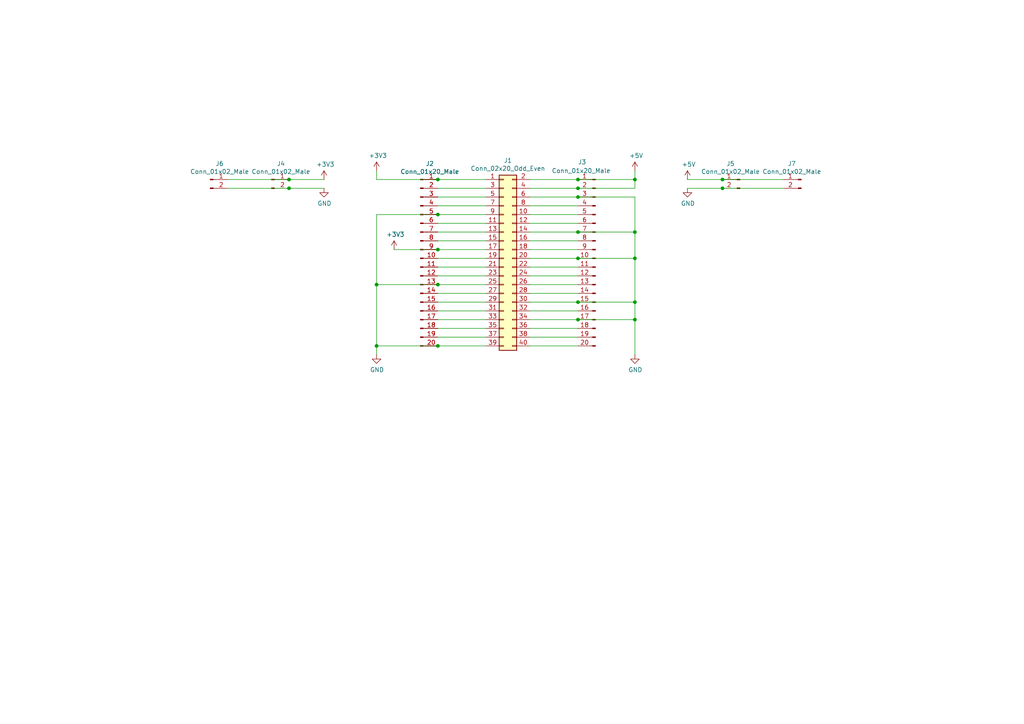
<source format=kicad_sch>
(kicad_sch (version 20211123) (generator eeschema)

  (uuid 749dfe75-c0d6-4872-9330-29c5bbcb8ff8)

  (paper "A4")

  (title_block
    (title "Raspberry Pie GPIO Extend Board")
    (rev "4")
    (company "Amos Home")
  )

  (lib_symbols
    (symbol "Connector:Conn_01x02_Male" (pin_names (offset 1.016) hide) (in_bom yes) (on_board yes)
      (property "Reference" "J" (id 0) (at 0 2.54 0)
        (effects (font (size 1.27 1.27)))
      )
      (property "Value" "Conn_01x02_Male" (id 1) (at 0 -5.08 0)
        (effects (font (size 1.27 1.27)))
      )
      (property "Footprint" "" (id 2) (at 0 0 0)
        (effects (font (size 1.27 1.27)) hide)
      )
      (property "Datasheet" "~" (id 3) (at 0 0 0)
        (effects (font (size 1.27 1.27)) hide)
      )
      (property "ki_keywords" "connector" (id 4) (at 0 0 0)
        (effects (font (size 1.27 1.27)) hide)
      )
      (property "ki_description" "Generic connector, single row, 01x02, script generated (kicad-library-utils/schlib/autogen/connector/)" (id 5) (at 0 0 0)
        (effects (font (size 1.27 1.27)) hide)
      )
      (property "ki_fp_filters" "Connector*:*_1x??_*" (id 6) (at 0 0 0)
        (effects (font (size 1.27 1.27)) hide)
      )
      (symbol "Conn_01x02_Male_1_1"
        (polyline
          (pts
            (xy 1.27 -2.54)
            (xy 0.8636 -2.54)
          )
          (stroke (width 0.1524) (type default) (color 0 0 0 0))
          (fill (type none))
        )
        (polyline
          (pts
            (xy 1.27 0)
            (xy 0.8636 0)
          )
          (stroke (width 0.1524) (type default) (color 0 0 0 0))
          (fill (type none))
        )
        (rectangle (start 0.8636 -2.413) (end 0 -2.667)
          (stroke (width 0.1524) (type default) (color 0 0 0 0))
          (fill (type outline))
        )
        (rectangle (start 0.8636 0.127) (end 0 -0.127)
          (stroke (width 0.1524) (type default) (color 0 0 0 0))
          (fill (type outline))
        )
        (pin passive line (at 5.08 0 180) (length 3.81)
          (name "Pin_1" (effects (font (size 1.27 1.27))))
          (number "1" (effects (font (size 1.27 1.27))))
        )
        (pin passive line (at 5.08 -2.54 180) (length 3.81)
          (name "Pin_2" (effects (font (size 1.27 1.27))))
          (number "2" (effects (font (size 1.27 1.27))))
        )
      )
    )
    (symbol "Connector:Conn_01x20_Male" (pin_names (offset 1.016) hide) (in_bom yes) (on_board yes)
      (property "Reference" "J" (id 0) (at 0 25.4 0)
        (effects (font (size 1.27 1.27)))
      )
      (property "Value" "Conn_01x20_Male" (id 1) (at 0 -27.94 0)
        (effects (font (size 1.27 1.27)))
      )
      (property "Footprint" "" (id 2) (at 0 0 0)
        (effects (font (size 1.27 1.27)) hide)
      )
      (property "Datasheet" "~" (id 3) (at 0 0 0)
        (effects (font (size 1.27 1.27)) hide)
      )
      (property "ki_keywords" "connector" (id 4) (at 0 0 0)
        (effects (font (size 1.27 1.27)) hide)
      )
      (property "ki_description" "Generic connector, single row, 01x20, script generated (kicad-library-utils/schlib/autogen/connector/)" (id 5) (at 0 0 0)
        (effects (font (size 1.27 1.27)) hide)
      )
      (property "ki_fp_filters" "Connector*:*_1x??_*" (id 6) (at 0 0 0)
        (effects (font (size 1.27 1.27)) hide)
      )
      (symbol "Conn_01x20_Male_1_1"
        (polyline
          (pts
            (xy 1.27 -25.4)
            (xy 0.8636 -25.4)
          )
          (stroke (width 0.1524) (type default) (color 0 0 0 0))
          (fill (type none))
        )
        (polyline
          (pts
            (xy 1.27 -22.86)
            (xy 0.8636 -22.86)
          )
          (stroke (width 0.1524) (type default) (color 0 0 0 0))
          (fill (type none))
        )
        (polyline
          (pts
            (xy 1.27 -20.32)
            (xy 0.8636 -20.32)
          )
          (stroke (width 0.1524) (type default) (color 0 0 0 0))
          (fill (type none))
        )
        (polyline
          (pts
            (xy 1.27 -17.78)
            (xy 0.8636 -17.78)
          )
          (stroke (width 0.1524) (type default) (color 0 0 0 0))
          (fill (type none))
        )
        (polyline
          (pts
            (xy 1.27 -15.24)
            (xy 0.8636 -15.24)
          )
          (stroke (width 0.1524) (type default) (color 0 0 0 0))
          (fill (type none))
        )
        (polyline
          (pts
            (xy 1.27 -12.7)
            (xy 0.8636 -12.7)
          )
          (stroke (width 0.1524) (type default) (color 0 0 0 0))
          (fill (type none))
        )
        (polyline
          (pts
            (xy 1.27 -10.16)
            (xy 0.8636 -10.16)
          )
          (stroke (width 0.1524) (type default) (color 0 0 0 0))
          (fill (type none))
        )
        (polyline
          (pts
            (xy 1.27 -7.62)
            (xy 0.8636 -7.62)
          )
          (stroke (width 0.1524) (type default) (color 0 0 0 0))
          (fill (type none))
        )
        (polyline
          (pts
            (xy 1.27 -5.08)
            (xy 0.8636 -5.08)
          )
          (stroke (width 0.1524) (type default) (color 0 0 0 0))
          (fill (type none))
        )
        (polyline
          (pts
            (xy 1.27 -2.54)
            (xy 0.8636 -2.54)
          )
          (stroke (width 0.1524) (type default) (color 0 0 0 0))
          (fill (type none))
        )
        (polyline
          (pts
            (xy 1.27 0)
            (xy 0.8636 0)
          )
          (stroke (width 0.1524) (type default) (color 0 0 0 0))
          (fill (type none))
        )
        (polyline
          (pts
            (xy 1.27 2.54)
            (xy 0.8636 2.54)
          )
          (stroke (width 0.1524) (type default) (color 0 0 0 0))
          (fill (type none))
        )
        (polyline
          (pts
            (xy 1.27 5.08)
            (xy 0.8636 5.08)
          )
          (stroke (width 0.1524) (type default) (color 0 0 0 0))
          (fill (type none))
        )
        (polyline
          (pts
            (xy 1.27 7.62)
            (xy 0.8636 7.62)
          )
          (stroke (width 0.1524) (type default) (color 0 0 0 0))
          (fill (type none))
        )
        (polyline
          (pts
            (xy 1.27 10.16)
            (xy 0.8636 10.16)
          )
          (stroke (width 0.1524) (type default) (color 0 0 0 0))
          (fill (type none))
        )
        (polyline
          (pts
            (xy 1.27 12.7)
            (xy 0.8636 12.7)
          )
          (stroke (width 0.1524) (type default) (color 0 0 0 0))
          (fill (type none))
        )
        (polyline
          (pts
            (xy 1.27 15.24)
            (xy 0.8636 15.24)
          )
          (stroke (width 0.1524) (type default) (color 0 0 0 0))
          (fill (type none))
        )
        (polyline
          (pts
            (xy 1.27 17.78)
            (xy 0.8636 17.78)
          )
          (stroke (width 0.1524) (type default) (color 0 0 0 0))
          (fill (type none))
        )
        (polyline
          (pts
            (xy 1.27 20.32)
            (xy 0.8636 20.32)
          )
          (stroke (width 0.1524) (type default) (color 0 0 0 0))
          (fill (type none))
        )
        (polyline
          (pts
            (xy 1.27 22.86)
            (xy 0.8636 22.86)
          )
          (stroke (width 0.1524) (type default) (color 0 0 0 0))
          (fill (type none))
        )
        (rectangle (start 0.8636 -25.273) (end 0 -25.527)
          (stroke (width 0.1524) (type default) (color 0 0 0 0))
          (fill (type outline))
        )
        (rectangle (start 0.8636 -22.733) (end 0 -22.987)
          (stroke (width 0.1524) (type default) (color 0 0 0 0))
          (fill (type outline))
        )
        (rectangle (start 0.8636 -20.193) (end 0 -20.447)
          (stroke (width 0.1524) (type default) (color 0 0 0 0))
          (fill (type outline))
        )
        (rectangle (start 0.8636 -17.653) (end 0 -17.907)
          (stroke (width 0.1524) (type default) (color 0 0 0 0))
          (fill (type outline))
        )
        (rectangle (start 0.8636 -15.113) (end 0 -15.367)
          (stroke (width 0.1524) (type default) (color 0 0 0 0))
          (fill (type outline))
        )
        (rectangle (start 0.8636 -12.573) (end 0 -12.827)
          (stroke (width 0.1524) (type default) (color 0 0 0 0))
          (fill (type outline))
        )
        (rectangle (start 0.8636 -10.033) (end 0 -10.287)
          (stroke (width 0.1524) (type default) (color 0 0 0 0))
          (fill (type outline))
        )
        (rectangle (start 0.8636 -7.493) (end 0 -7.747)
          (stroke (width 0.1524) (type default) (color 0 0 0 0))
          (fill (type outline))
        )
        (rectangle (start 0.8636 -4.953) (end 0 -5.207)
          (stroke (width 0.1524) (type default) (color 0 0 0 0))
          (fill (type outline))
        )
        (rectangle (start 0.8636 -2.413) (end 0 -2.667)
          (stroke (width 0.1524) (type default) (color 0 0 0 0))
          (fill (type outline))
        )
        (rectangle (start 0.8636 0.127) (end 0 -0.127)
          (stroke (width 0.1524) (type default) (color 0 0 0 0))
          (fill (type outline))
        )
        (rectangle (start 0.8636 2.667) (end 0 2.413)
          (stroke (width 0.1524) (type default) (color 0 0 0 0))
          (fill (type outline))
        )
        (rectangle (start 0.8636 5.207) (end 0 4.953)
          (stroke (width 0.1524) (type default) (color 0 0 0 0))
          (fill (type outline))
        )
        (rectangle (start 0.8636 7.747) (end 0 7.493)
          (stroke (width 0.1524) (type default) (color 0 0 0 0))
          (fill (type outline))
        )
        (rectangle (start 0.8636 10.287) (end 0 10.033)
          (stroke (width 0.1524) (type default) (color 0 0 0 0))
          (fill (type outline))
        )
        (rectangle (start 0.8636 12.827) (end 0 12.573)
          (stroke (width 0.1524) (type default) (color 0 0 0 0))
          (fill (type outline))
        )
        (rectangle (start 0.8636 15.367) (end 0 15.113)
          (stroke (width 0.1524) (type default) (color 0 0 0 0))
          (fill (type outline))
        )
        (rectangle (start 0.8636 17.907) (end 0 17.653)
          (stroke (width 0.1524) (type default) (color 0 0 0 0))
          (fill (type outline))
        )
        (rectangle (start 0.8636 20.447) (end 0 20.193)
          (stroke (width 0.1524) (type default) (color 0 0 0 0))
          (fill (type outline))
        )
        (rectangle (start 0.8636 22.987) (end 0 22.733)
          (stroke (width 0.1524) (type default) (color 0 0 0 0))
          (fill (type outline))
        )
        (pin passive line (at 5.08 22.86 180) (length 3.81)
          (name "Pin_1" (effects (font (size 1.27 1.27))))
          (number "1" (effects (font (size 1.27 1.27))))
        )
        (pin passive line (at 5.08 0 180) (length 3.81)
          (name "Pin_10" (effects (font (size 1.27 1.27))))
          (number "10" (effects (font (size 1.27 1.27))))
        )
        (pin passive line (at 5.08 -2.54 180) (length 3.81)
          (name "Pin_11" (effects (font (size 1.27 1.27))))
          (number "11" (effects (font (size 1.27 1.27))))
        )
        (pin passive line (at 5.08 -5.08 180) (length 3.81)
          (name "Pin_12" (effects (font (size 1.27 1.27))))
          (number "12" (effects (font (size 1.27 1.27))))
        )
        (pin passive line (at 5.08 -7.62 180) (length 3.81)
          (name "Pin_13" (effects (font (size 1.27 1.27))))
          (number "13" (effects (font (size 1.27 1.27))))
        )
        (pin passive line (at 5.08 -10.16 180) (length 3.81)
          (name "Pin_14" (effects (font (size 1.27 1.27))))
          (number "14" (effects (font (size 1.27 1.27))))
        )
        (pin passive line (at 5.08 -12.7 180) (length 3.81)
          (name "Pin_15" (effects (font (size 1.27 1.27))))
          (number "15" (effects (font (size 1.27 1.27))))
        )
        (pin passive line (at 5.08 -15.24 180) (length 3.81)
          (name "Pin_16" (effects (font (size 1.27 1.27))))
          (number "16" (effects (font (size 1.27 1.27))))
        )
        (pin passive line (at 5.08 -17.78 180) (length 3.81)
          (name "Pin_17" (effects (font (size 1.27 1.27))))
          (number "17" (effects (font (size 1.27 1.27))))
        )
        (pin passive line (at 5.08 -20.32 180) (length 3.81)
          (name "Pin_18" (effects (font (size 1.27 1.27))))
          (number "18" (effects (font (size 1.27 1.27))))
        )
        (pin passive line (at 5.08 -22.86 180) (length 3.81)
          (name "Pin_19" (effects (font (size 1.27 1.27))))
          (number "19" (effects (font (size 1.27 1.27))))
        )
        (pin passive line (at 5.08 20.32 180) (length 3.81)
          (name "Pin_2" (effects (font (size 1.27 1.27))))
          (number "2" (effects (font (size 1.27 1.27))))
        )
        (pin passive line (at 5.08 -25.4 180) (length 3.81)
          (name "Pin_20" (effects (font (size 1.27 1.27))))
          (number "20" (effects (font (size 1.27 1.27))))
        )
        (pin passive line (at 5.08 17.78 180) (length 3.81)
          (name "Pin_3" (effects (font (size 1.27 1.27))))
          (number "3" (effects (font (size 1.27 1.27))))
        )
        (pin passive line (at 5.08 15.24 180) (length 3.81)
          (name "Pin_4" (effects (font (size 1.27 1.27))))
          (number "4" (effects (font (size 1.27 1.27))))
        )
        (pin passive line (at 5.08 12.7 180) (length 3.81)
          (name "Pin_5" (effects (font (size 1.27 1.27))))
          (number "5" (effects (font (size 1.27 1.27))))
        )
        (pin passive line (at 5.08 10.16 180) (length 3.81)
          (name "Pin_6" (effects (font (size 1.27 1.27))))
          (number "6" (effects (font (size 1.27 1.27))))
        )
        (pin passive line (at 5.08 7.62 180) (length 3.81)
          (name "Pin_7" (effects (font (size 1.27 1.27))))
          (number "7" (effects (font (size 1.27 1.27))))
        )
        (pin passive line (at 5.08 5.08 180) (length 3.81)
          (name "Pin_8" (effects (font (size 1.27 1.27))))
          (number "8" (effects (font (size 1.27 1.27))))
        )
        (pin passive line (at 5.08 2.54 180) (length 3.81)
          (name "Pin_9" (effects (font (size 1.27 1.27))))
          (number "9" (effects (font (size 1.27 1.27))))
        )
      )
    )
    (symbol "Connector_Generic:Conn_02x20_Odd_Even" (pin_names (offset 1.016) hide) (in_bom yes) (on_board yes)
      (property "Reference" "J" (id 0) (at 1.27 25.4 0)
        (effects (font (size 1.27 1.27)))
      )
      (property "Value" "Conn_02x20_Odd_Even" (id 1) (at 1.27 -27.94 0)
        (effects (font (size 1.27 1.27)))
      )
      (property "Footprint" "" (id 2) (at 0 0 0)
        (effects (font (size 1.27 1.27)) hide)
      )
      (property "Datasheet" "~" (id 3) (at 0 0 0)
        (effects (font (size 1.27 1.27)) hide)
      )
      (property "ki_keywords" "connector" (id 4) (at 0 0 0)
        (effects (font (size 1.27 1.27)) hide)
      )
      (property "ki_description" "Generic connector, double row, 02x20, odd/even pin numbering scheme (row 1 odd numbers, row 2 even numbers), script generated (kicad-library-utils/schlib/autogen/connector/)" (id 5) (at 0 0 0)
        (effects (font (size 1.27 1.27)) hide)
      )
      (property "ki_fp_filters" "Connector*:*_2x??_*" (id 6) (at 0 0 0)
        (effects (font (size 1.27 1.27)) hide)
      )
      (symbol "Conn_02x20_Odd_Even_1_1"
        (rectangle (start -1.27 -25.273) (end 0 -25.527)
          (stroke (width 0.1524) (type default) (color 0 0 0 0))
          (fill (type none))
        )
        (rectangle (start -1.27 -22.733) (end 0 -22.987)
          (stroke (width 0.1524) (type default) (color 0 0 0 0))
          (fill (type none))
        )
        (rectangle (start -1.27 -20.193) (end 0 -20.447)
          (stroke (width 0.1524) (type default) (color 0 0 0 0))
          (fill (type none))
        )
        (rectangle (start -1.27 -17.653) (end 0 -17.907)
          (stroke (width 0.1524) (type default) (color 0 0 0 0))
          (fill (type none))
        )
        (rectangle (start -1.27 -15.113) (end 0 -15.367)
          (stroke (width 0.1524) (type default) (color 0 0 0 0))
          (fill (type none))
        )
        (rectangle (start -1.27 -12.573) (end 0 -12.827)
          (stroke (width 0.1524) (type default) (color 0 0 0 0))
          (fill (type none))
        )
        (rectangle (start -1.27 -10.033) (end 0 -10.287)
          (stroke (width 0.1524) (type default) (color 0 0 0 0))
          (fill (type none))
        )
        (rectangle (start -1.27 -7.493) (end 0 -7.747)
          (stroke (width 0.1524) (type default) (color 0 0 0 0))
          (fill (type none))
        )
        (rectangle (start -1.27 -4.953) (end 0 -5.207)
          (stroke (width 0.1524) (type default) (color 0 0 0 0))
          (fill (type none))
        )
        (rectangle (start -1.27 -2.413) (end 0 -2.667)
          (stroke (width 0.1524) (type default) (color 0 0 0 0))
          (fill (type none))
        )
        (rectangle (start -1.27 0.127) (end 0 -0.127)
          (stroke (width 0.1524) (type default) (color 0 0 0 0))
          (fill (type none))
        )
        (rectangle (start -1.27 2.667) (end 0 2.413)
          (stroke (width 0.1524) (type default) (color 0 0 0 0))
          (fill (type none))
        )
        (rectangle (start -1.27 5.207) (end 0 4.953)
          (stroke (width 0.1524) (type default) (color 0 0 0 0))
          (fill (type none))
        )
        (rectangle (start -1.27 7.747) (end 0 7.493)
          (stroke (width 0.1524) (type default) (color 0 0 0 0))
          (fill (type none))
        )
        (rectangle (start -1.27 10.287) (end 0 10.033)
          (stroke (width 0.1524) (type default) (color 0 0 0 0))
          (fill (type none))
        )
        (rectangle (start -1.27 12.827) (end 0 12.573)
          (stroke (width 0.1524) (type default) (color 0 0 0 0))
          (fill (type none))
        )
        (rectangle (start -1.27 15.367) (end 0 15.113)
          (stroke (width 0.1524) (type default) (color 0 0 0 0))
          (fill (type none))
        )
        (rectangle (start -1.27 17.907) (end 0 17.653)
          (stroke (width 0.1524) (type default) (color 0 0 0 0))
          (fill (type none))
        )
        (rectangle (start -1.27 20.447) (end 0 20.193)
          (stroke (width 0.1524) (type default) (color 0 0 0 0))
          (fill (type none))
        )
        (rectangle (start -1.27 22.987) (end 0 22.733)
          (stroke (width 0.1524) (type default) (color 0 0 0 0))
          (fill (type none))
        )
        (rectangle (start -1.27 24.13) (end 3.81 -26.67)
          (stroke (width 0.254) (type default) (color 0 0 0 0))
          (fill (type background))
        )
        (rectangle (start 3.81 -25.273) (end 2.54 -25.527)
          (stroke (width 0.1524) (type default) (color 0 0 0 0))
          (fill (type none))
        )
        (rectangle (start 3.81 -22.733) (end 2.54 -22.987)
          (stroke (width 0.1524) (type default) (color 0 0 0 0))
          (fill (type none))
        )
        (rectangle (start 3.81 -20.193) (end 2.54 -20.447)
          (stroke (width 0.1524) (type default) (color 0 0 0 0))
          (fill (type none))
        )
        (rectangle (start 3.81 -17.653) (end 2.54 -17.907)
          (stroke (width 0.1524) (type default) (color 0 0 0 0))
          (fill (type none))
        )
        (rectangle (start 3.81 -15.113) (end 2.54 -15.367)
          (stroke (width 0.1524) (type default) (color 0 0 0 0))
          (fill (type none))
        )
        (rectangle (start 3.81 -12.573) (end 2.54 -12.827)
          (stroke (width 0.1524) (type default) (color 0 0 0 0))
          (fill (type none))
        )
        (rectangle (start 3.81 -10.033) (end 2.54 -10.287)
          (stroke (width 0.1524) (type default) (color 0 0 0 0))
          (fill (type none))
        )
        (rectangle (start 3.81 -7.493) (end 2.54 -7.747)
          (stroke (width 0.1524) (type default) (color 0 0 0 0))
          (fill (type none))
        )
        (rectangle (start 3.81 -4.953) (end 2.54 -5.207)
          (stroke (width 0.1524) (type default) (color 0 0 0 0))
          (fill (type none))
        )
        (rectangle (start 3.81 -2.413) (end 2.54 -2.667)
          (stroke (width 0.1524) (type default) (color 0 0 0 0))
          (fill (type none))
        )
        (rectangle (start 3.81 0.127) (end 2.54 -0.127)
          (stroke (width 0.1524) (type default) (color 0 0 0 0))
          (fill (type none))
        )
        (rectangle (start 3.81 2.667) (end 2.54 2.413)
          (stroke (width 0.1524) (type default) (color 0 0 0 0))
          (fill (type none))
        )
        (rectangle (start 3.81 5.207) (end 2.54 4.953)
          (stroke (width 0.1524) (type default) (color 0 0 0 0))
          (fill (type none))
        )
        (rectangle (start 3.81 7.747) (end 2.54 7.493)
          (stroke (width 0.1524) (type default) (color 0 0 0 0))
          (fill (type none))
        )
        (rectangle (start 3.81 10.287) (end 2.54 10.033)
          (stroke (width 0.1524) (type default) (color 0 0 0 0))
          (fill (type none))
        )
        (rectangle (start 3.81 12.827) (end 2.54 12.573)
          (stroke (width 0.1524) (type default) (color 0 0 0 0))
          (fill (type none))
        )
        (rectangle (start 3.81 15.367) (end 2.54 15.113)
          (stroke (width 0.1524) (type default) (color 0 0 0 0))
          (fill (type none))
        )
        (rectangle (start 3.81 17.907) (end 2.54 17.653)
          (stroke (width 0.1524) (type default) (color 0 0 0 0))
          (fill (type none))
        )
        (rectangle (start 3.81 20.447) (end 2.54 20.193)
          (stroke (width 0.1524) (type default) (color 0 0 0 0))
          (fill (type none))
        )
        (rectangle (start 3.81 22.987) (end 2.54 22.733)
          (stroke (width 0.1524) (type default) (color 0 0 0 0))
          (fill (type none))
        )
        (pin passive line (at -5.08 22.86 0) (length 3.81)
          (name "Pin_1" (effects (font (size 1.27 1.27))))
          (number "1" (effects (font (size 1.27 1.27))))
        )
        (pin passive line (at 7.62 12.7 180) (length 3.81)
          (name "Pin_10" (effects (font (size 1.27 1.27))))
          (number "10" (effects (font (size 1.27 1.27))))
        )
        (pin passive line (at -5.08 10.16 0) (length 3.81)
          (name "Pin_11" (effects (font (size 1.27 1.27))))
          (number "11" (effects (font (size 1.27 1.27))))
        )
        (pin passive line (at 7.62 10.16 180) (length 3.81)
          (name "Pin_12" (effects (font (size 1.27 1.27))))
          (number "12" (effects (font (size 1.27 1.27))))
        )
        (pin passive line (at -5.08 7.62 0) (length 3.81)
          (name "Pin_13" (effects (font (size 1.27 1.27))))
          (number "13" (effects (font (size 1.27 1.27))))
        )
        (pin passive line (at 7.62 7.62 180) (length 3.81)
          (name "Pin_14" (effects (font (size 1.27 1.27))))
          (number "14" (effects (font (size 1.27 1.27))))
        )
        (pin passive line (at -5.08 5.08 0) (length 3.81)
          (name "Pin_15" (effects (font (size 1.27 1.27))))
          (number "15" (effects (font (size 1.27 1.27))))
        )
        (pin passive line (at 7.62 5.08 180) (length 3.81)
          (name "Pin_16" (effects (font (size 1.27 1.27))))
          (number "16" (effects (font (size 1.27 1.27))))
        )
        (pin passive line (at -5.08 2.54 0) (length 3.81)
          (name "Pin_17" (effects (font (size 1.27 1.27))))
          (number "17" (effects (font (size 1.27 1.27))))
        )
        (pin passive line (at 7.62 2.54 180) (length 3.81)
          (name "Pin_18" (effects (font (size 1.27 1.27))))
          (number "18" (effects (font (size 1.27 1.27))))
        )
        (pin passive line (at -5.08 0 0) (length 3.81)
          (name "Pin_19" (effects (font (size 1.27 1.27))))
          (number "19" (effects (font (size 1.27 1.27))))
        )
        (pin passive line (at 7.62 22.86 180) (length 3.81)
          (name "Pin_2" (effects (font (size 1.27 1.27))))
          (number "2" (effects (font (size 1.27 1.27))))
        )
        (pin passive line (at 7.62 0 180) (length 3.81)
          (name "Pin_20" (effects (font (size 1.27 1.27))))
          (number "20" (effects (font (size 1.27 1.27))))
        )
        (pin passive line (at -5.08 -2.54 0) (length 3.81)
          (name "Pin_21" (effects (font (size 1.27 1.27))))
          (number "21" (effects (font (size 1.27 1.27))))
        )
        (pin passive line (at 7.62 -2.54 180) (length 3.81)
          (name "Pin_22" (effects (font (size 1.27 1.27))))
          (number "22" (effects (font (size 1.27 1.27))))
        )
        (pin passive line (at -5.08 -5.08 0) (length 3.81)
          (name "Pin_23" (effects (font (size 1.27 1.27))))
          (number "23" (effects (font (size 1.27 1.27))))
        )
        (pin passive line (at 7.62 -5.08 180) (length 3.81)
          (name "Pin_24" (effects (font (size 1.27 1.27))))
          (number "24" (effects (font (size 1.27 1.27))))
        )
        (pin passive line (at -5.08 -7.62 0) (length 3.81)
          (name "Pin_25" (effects (font (size 1.27 1.27))))
          (number "25" (effects (font (size 1.27 1.27))))
        )
        (pin passive line (at 7.62 -7.62 180) (length 3.81)
          (name "Pin_26" (effects (font (size 1.27 1.27))))
          (number "26" (effects (font (size 1.27 1.27))))
        )
        (pin passive line (at -5.08 -10.16 0) (length 3.81)
          (name "Pin_27" (effects (font (size 1.27 1.27))))
          (number "27" (effects (font (size 1.27 1.27))))
        )
        (pin passive line (at 7.62 -10.16 180) (length 3.81)
          (name "Pin_28" (effects (font (size 1.27 1.27))))
          (number "28" (effects (font (size 1.27 1.27))))
        )
        (pin passive line (at -5.08 -12.7 0) (length 3.81)
          (name "Pin_29" (effects (font (size 1.27 1.27))))
          (number "29" (effects (font (size 1.27 1.27))))
        )
        (pin passive line (at -5.08 20.32 0) (length 3.81)
          (name "Pin_3" (effects (font (size 1.27 1.27))))
          (number "3" (effects (font (size 1.27 1.27))))
        )
        (pin passive line (at 7.62 -12.7 180) (length 3.81)
          (name "Pin_30" (effects (font (size 1.27 1.27))))
          (number "30" (effects (font (size 1.27 1.27))))
        )
        (pin passive line (at -5.08 -15.24 0) (length 3.81)
          (name "Pin_31" (effects (font (size 1.27 1.27))))
          (number "31" (effects (font (size 1.27 1.27))))
        )
        (pin passive line (at 7.62 -15.24 180) (length 3.81)
          (name "Pin_32" (effects (font (size 1.27 1.27))))
          (number "32" (effects (font (size 1.27 1.27))))
        )
        (pin passive line (at -5.08 -17.78 0) (length 3.81)
          (name "Pin_33" (effects (font (size 1.27 1.27))))
          (number "33" (effects (font (size 1.27 1.27))))
        )
        (pin passive line (at 7.62 -17.78 180) (length 3.81)
          (name "Pin_34" (effects (font (size 1.27 1.27))))
          (number "34" (effects (font (size 1.27 1.27))))
        )
        (pin passive line (at -5.08 -20.32 0) (length 3.81)
          (name "Pin_35" (effects (font (size 1.27 1.27))))
          (number "35" (effects (font (size 1.27 1.27))))
        )
        (pin passive line (at 7.62 -20.32 180) (length 3.81)
          (name "Pin_36" (effects (font (size 1.27 1.27))))
          (number "36" (effects (font (size 1.27 1.27))))
        )
        (pin passive line (at -5.08 -22.86 0) (length 3.81)
          (name "Pin_37" (effects (font (size 1.27 1.27))))
          (number "37" (effects (font (size 1.27 1.27))))
        )
        (pin passive line (at 7.62 -22.86 180) (length 3.81)
          (name "Pin_38" (effects (font (size 1.27 1.27))))
          (number "38" (effects (font (size 1.27 1.27))))
        )
        (pin passive line (at -5.08 -25.4 0) (length 3.81)
          (name "Pin_39" (effects (font (size 1.27 1.27))))
          (number "39" (effects (font (size 1.27 1.27))))
        )
        (pin passive line (at 7.62 20.32 180) (length 3.81)
          (name "Pin_4" (effects (font (size 1.27 1.27))))
          (number "4" (effects (font (size 1.27 1.27))))
        )
        (pin passive line (at 7.62 -25.4 180) (length 3.81)
          (name "Pin_40" (effects (font (size 1.27 1.27))))
          (number "40" (effects (font (size 1.27 1.27))))
        )
        (pin passive line (at -5.08 17.78 0) (length 3.81)
          (name "Pin_5" (effects (font (size 1.27 1.27))))
          (number "5" (effects (font (size 1.27 1.27))))
        )
        (pin passive line (at 7.62 17.78 180) (length 3.81)
          (name "Pin_6" (effects (font (size 1.27 1.27))))
          (number "6" (effects (font (size 1.27 1.27))))
        )
        (pin passive line (at -5.08 15.24 0) (length 3.81)
          (name "Pin_7" (effects (font (size 1.27 1.27))))
          (number "7" (effects (font (size 1.27 1.27))))
        )
        (pin passive line (at 7.62 15.24 180) (length 3.81)
          (name "Pin_8" (effects (font (size 1.27 1.27))))
          (number "8" (effects (font (size 1.27 1.27))))
        )
        (pin passive line (at -5.08 12.7 0) (length 3.81)
          (name "Pin_9" (effects (font (size 1.27 1.27))))
          (number "9" (effects (font (size 1.27 1.27))))
        )
      )
    )
    (symbol "power:+3V3" (power) (pin_names (offset 0)) (in_bom yes) (on_board yes)
      (property "Reference" "#PWR" (id 0) (at 0 -3.81 0)
        (effects (font (size 1.27 1.27)) hide)
      )
      (property "Value" "+3V3" (id 1) (at 0 3.556 0)
        (effects (font (size 1.27 1.27)))
      )
      (property "Footprint" "" (id 2) (at 0 0 0)
        (effects (font (size 1.27 1.27)) hide)
      )
      (property "Datasheet" "" (id 3) (at 0 0 0)
        (effects (font (size 1.27 1.27)) hide)
      )
      (property "ki_keywords" "power-flag" (id 4) (at 0 0 0)
        (effects (font (size 1.27 1.27)) hide)
      )
      (property "ki_description" "Power symbol creates a global label with name \"+3V3\"" (id 5) (at 0 0 0)
        (effects (font (size 1.27 1.27)) hide)
      )
      (symbol "+3V3_0_1"
        (polyline
          (pts
            (xy -0.762 1.27)
            (xy 0 2.54)
          )
          (stroke (width 0) (type default) (color 0 0 0 0))
          (fill (type none))
        )
        (polyline
          (pts
            (xy 0 0)
            (xy 0 2.54)
          )
          (stroke (width 0) (type default) (color 0 0 0 0))
          (fill (type none))
        )
        (polyline
          (pts
            (xy 0 2.54)
            (xy 0.762 1.27)
          )
          (stroke (width 0) (type default) (color 0 0 0 0))
          (fill (type none))
        )
      )
      (symbol "+3V3_1_1"
        (pin power_in line (at 0 0 90) (length 0) hide
          (name "+3V3" (effects (font (size 1.27 1.27))))
          (number "1" (effects (font (size 1.27 1.27))))
        )
      )
    )
    (symbol "power:+5V" (power) (pin_names (offset 0)) (in_bom yes) (on_board yes)
      (property "Reference" "#PWR" (id 0) (at 0 -3.81 0)
        (effects (font (size 1.27 1.27)) hide)
      )
      (property "Value" "+5V" (id 1) (at 0 3.556 0)
        (effects (font (size 1.27 1.27)))
      )
      (property "Footprint" "" (id 2) (at 0 0 0)
        (effects (font (size 1.27 1.27)) hide)
      )
      (property "Datasheet" "" (id 3) (at 0 0 0)
        (effects (font (size 1.27 1.27)) hide)
      )
      (property "ki_keywords" "power-flag" (id 4) (at 0 0 0)
        (effects (font (size 1.27 1.27)) hide)
      )
      (property "ki_description" "Power symbol creates a global label with name \"+5V\"" (id 5) (at 0 0 0)
        (effects (font (size 1.27 1.27)) hide)
      )
      (symbol "+5V_0_1"
        (polyline
          (pts
            (xy -0.762 1.27)
            (xy 0 2.54)
          )
          (stroke (width 0) (type default) (color 0 0 0 0))
          (fill (type none))
        )
        (polyline
          (pts
            (xy 0 0)
            (xy 0 2.54)
          )
          (stroke (width 0) (type default) (color 0 0 0 0))
          (fill (type none))
        )
        (polyline
          (pts
            (xy 0 2.54)
            (xy 0.762 1.27)
          )
          (stroke (width 0) (type default) (color 0 0 0 0))
          (fill (type none))
        )
      )
      (symbol "+5V_1_1"
        (pin power_in line (at 0 0 90) (length 0) hide
          (name "+5V" (effects (font (size 1.27 1.27))))
          (number "1" (effects (font (size 1.27 1.27))))
        )
      )
    )
    (symbol "power:GND" (power) (pin_names (offset 0)) (in_bom yes) (on_board yes)
      (property "Reference" "#PWR" (id 0) (at 0 -6.35 0)
        (effects (font (size 1.27 1.27)) hide)
      )
      (property "Value" "GND" (id 1) (at 0 -3.81 0)
        (effects (font (size 1.27 1.27)))
      )
      (property "Footprint" "" (id 2) (at 0 0 0)
        (effects (font (size 1.27 1.27)) hide)
      )
      (property "Datasheet" "" (id 3) (at 0 0 0)
        (effects (font (size 1.27 1.27)) hide)
      )
      (property "ki_keywords" "power-flag" (id 4) (at 0 0 0)
        (effects (font (size 1.27 1.27)) hide)
      )
      (property "ki_description" "Power symbol creates a global label with name \"GND\" , ground" (id 5) (at 0 0 0)
        (effects (font (size 1.27 1.27)) hide)
      )
      (symbol "GND_0_1"
        (polyline
          (pts
            (xy 0 0)
            (xy 0 -1.27)
            (xy 1.27 -1.27)
            (xy 0 -2.54)
            (xy -1.27 -1.27)
            (xy 0 -1.27)
          )
          (stroke (width 0) (type default) (color 0 0 0 0))
          (fill (type none))
        )
      )
      (symbol "GND_1_1"
        (pin power_in line (at 0 0 270) (length 0) hide
          (name "GND" (effects (font (size 1.27 1.27))))
          (number "1" (effects (font (size 1.27 1.27))))
        )
      )
    )
  )

  (junction (at 127 82.55) (diameter 0) (color 0 0 0 0)
    (uuid 0c3dceba-7c95-4b3d-b590-0eb581444beb)
  )
  (junction (at 167.64 87.63) (diameter 0) (color 0 0 0 0)
    (uuid 13c0ff76-ed71-4cd9-abb0-92c376825d5d)
  )
  (junction (at 167.64 54.61) (diameter 0) (color 0 0 0 0)
    (uuid 40165eda-4ba6-4565-9bb4-b9df6dbb08da)
  )
  (junction (at 184.15 67.31) (diameter 0) (color 0 0 0 0)
    (uuid 4a21e717-d46d-4d9e-8b98-af4ecb02d3ec)
  )
  (junction (at 109.22 82.55) (diameter 0) (color 0 0 0 0)
    (uuid 4fb21471-41be-4be8-9687-66030f97befc)
  )
  (junction (at 83.82 54.61) (diameter 0) (color 0 0 0 0)
    (uuid 5bcace5d-edd0-4e19-92d0-835e43cf8eb2)
  )
  (junction (at 184.15 74.93) (diameter 0) (color 0 0 0 0)
    (uuid 60dcd1fe-7079-4cb8-b509-04558ccf5097)
  )
  (junction (at 167.64 52.07) (diameter 0) (color 0 0 0 0)
    (uuid 6475547d-3216-45a4-a15c-48314f1dd0f9)
  )
  (junction (at 83.82 52.07) (diameter 0) (color 0 0 0 0)
    (uuid 6c2d26bc-6eca-436c-8025-79f817bf57d6)
  )
  (junction (at 167.64 67.31) (diameter 0) (color 0 0 0 0)
    (uuid 6d26d68f-1ca7-4ff3-b058-272f1c399047)
  )
  (junction (at 109.22 100.33) (diameter 0) (color 0 0 0 0)
    (uuid 7599133e-c681-4202-85d9-c20dac196c64)
  )
  (junction (at 184.15 87.63) (diameter 0) (color 0 0 0 0)
    (uuid 85b7594c-358f-454b-b2ad-dd0b1d67ed76)
  )
  (junction (at 184.15 52.07) (diameter 0) (color 0 0 0 0)
    (uuid 8a650ebf-3f78-4ca4-a26b-a5028693e36d)
  )
  (junction (at 127 72.39) (diameter 0) (color 0 0 0 0)
    (uuid b1c649b1-f44d-46c7-9dea-818e75a1b87e)
  )
  (junction (at 167.64 74.93) (diameter 0) (color 0 0 0 0)
    (uuid b96fe6ac-3535-4455-ab88-ed77f5e46d6e)
  )
  (junction (at 127 52.07) (diameter 0) (color 0 0 0 0)
    (uuid c0eca5ed-bc5e-4618-9bcd-80945bea41ed)
  )
  (junction (at 127 62.23) (diameter 0) (color 0 0 0 0)
    (uuid c25a772d-af9c-4ebc-96f6-0966738c13a8)
  )
  (junction (at 184.15 92.71) (diameter 0) (color 0 0 0 0)
    (uuid ca87f11b-5f48-4b57-8535-68d3ec2fe5a9)
  )
  (junction (at 167.64 57.15) (diameter 0) (color 0 0 0 0)
    (uuid d3c11c8f-a73d-4211-934b-a6da255728ad)
  )
  (junction (at 167.64 92.71) (diameter 0) (color 0 0 0 0)
    (uuid df32840e-2912-4088-b54c-9a85f64c0265)
  )
  (junction (at 127 100.33) (diameter 0) (color 0 0 0 0)
    (uuid e21aa84b-970e-47cf-b64f-3b55ee0e1b51)
  )
  (junction (at 209.55 52.07) (diameter 0) (color 0 0 0 0)
    (uuid e4c6fdbb-fdc7-4ad4-a516-240d84cdc120)
  )
  (junction (at 209.55 54.61) (diameter 0) (color 0 0 0 0)
    (uuid e6b860cc-cb76-4220-acfb-68f1eb348bfa)
  )

  (wire (pts (xy 109.22 82.55) (xy 109.22 100.33))
    (stroke (width 0) (type default) (color 0 0 0 0))
    (uuid 01e9b6e7-adf9-4ee7-9447-a588630ee4a2)
  )
  (wire (pts (xy 127 52.07) (xy 109.22 52.07))
    (stroke (width 0) (type default) (color 0 0 0 0))
    (uuid 0217dfc4-fc13-4699-99ad-d9948522648e)
  )
  (wire (pts (xy 153.67 64.77) (xy 167.64 64.77))
    (stroke (width 0) (type default) (color 0 0 0 0))
    (uuid 03c52831-5dc5-43c5-a442-8d23643b46fb)
  )
  (wire (pts (xy 184.15 57.15) (xy 184.15 67.31))
    (stroke (width 0) (type default) (color 0 0 0 0))
    (uuid 0755aee5-bc01-4cb5-b830-583289df50a3)
  )
  (wire (pts (xy 153.67 54.61) (xy 167.64 54.61))
    (stroke (width 0) (type default) (color 0 0 0 0))
    (uuid 0b21a65d-d20b-411e-920a-75c343ac5136)
  )
  (wire (pts (xy 127 80.01) (xy 140.97 80.01))
    (stroke (width 0) (type default) (color 0 0 0 0))
    (uuid 0eaa98f0-9565-4637-ace3-42a5231b07f7)
  )
  (wire (pts (xy 127 95.25) (xy 140.97 95.25))
    (stroke (width 0) (type default) (color 0 0 0 0))
    (uuid 0f22151c-f260-4674-b486-4710a2c42a55)
  )
  (wire (pts (xy 127 59.69) (xy 140.97 59.69))
    (stroke (width 0) (type default) (color 0 0 0 0))
    (uuid 127679a9-3981-4934-815e-896a4e3ff56e)
  )
  (wire (pts (xy 184.15 87.63) (xy 184.15 92.71))
    (stroke (width 0) (type default) (color 0 0 0 0))
    (uuid 16bd6381-8ac0-4bf2-9dce-ecc20c724b8d)
  )
  (wire (pts (xy 127 82.55) (xy 140.97 82.55))
    (stroke (width 0) (type default) (color 0 0 0 0))
    (uuid 181abe7a-f941-42b6-bd46-aaa3131f90fb)
  )
  (wire (pts (xy 127 92.71) (xy 140.97 92.71))
    (stroke (width 0) (type default) (color 0 0 0 0))
    (uuid 1831fb37-1c5d-42c4-b898-151be6fca9dc)
  )
  (wire (pts (xy 153.67 72.39) (xy 167.64 72.39))
    (stroke (width 0) (type default) (color 0 0 0 0))
    (uuid 29e78086-2175-405e-9ba3-c48766d2f50c)
  )
  (wire (pts (xy 153.67 90.17) (xy 167.64 90.17))
    (stroke (width 0) (type default) (color 0 0 0 0))
    (uuid 2d210a96-f81f-42a9-8bf4-1b43c11086f3)
  )
  (wire (pts (xy 66.04 52.07) (xy 83.82 52.07))
    (stroke (width 0) (type default) (color 0 0 0 0))
    (uuid 2dc272bd-3aa2-45b5-889d-1d3c8aac80f8)
  )
  (wire (pts (xy 209.55 54.61) (xy 199.39 54.61))
    (stroke (width 0) (type default) (color 0 0 0 0))
    (uuid 2f215f15-3d52-4c91-93e6-3ea03a95622f)
  )
  (wire (pts (xy 199.39 52.07) (xy 209.55 52.07))
    (stroke (width 0) (type default) (color 0 0 0 0))
    (uuid 31e08896-1992-4725-96d9-9d2728bca7a3)
  )
  (wire (pts (xy 153.67 59.69) (xy 167.64 59.69))
    (stroke (width 0) (type default) (color 0 0 0 0))
    (uuid 3cd1bda0-18db-417d-b581-a0c50623df68)
  )
  (wire (pts (xy 109.22 100.33) (xy 127 100.33))
    (stroke (width 0) (type default) (color 0 0 0 0))
    (uuid 40976bf0-19de-460f-ad64-224d4f51e16b)
  )
  (wire (pts (xy 127 64.77) (xy 140.97 64.77))
    (stroke (width 0) (type default) (color 0 0 0 0))
    (uuid 48ab88d7-7084-4d02-b109-3ad55a30bb11)
  )
  (wire (pts (xy 153.67 80.01) (xy 167.64 80.01))
    (stroke (width 0) (type default) (color 0 0 0 0))
    (uuid 4c8eb964-bdf4-44de-90e9-e2ab82dd5313)
  )
  (wire (pts (xy 184.15 102.87) (xy 184.15 92.71))
    (stroke (width 0) (type default) (color 0 0 0 0))
    (uuid 4f66b314-0f62-4fb6-8c3c-f9c6a75cd3ec)
  )
  (wire (pts (xy 167.64 57.15) (xy 184.15 57.15))
    (stroke (width 0) (type default) (color 0 0 0 0))
    (uuid 639c0e59-e95c-4114-bccd-2e7277505454)
  )
  (wire (pts (xy 127 52.07) (xy 140.97 52.07))
    (stroke (width 0) (type default) (color 0 0 0 0))
    (uuid 6441b183-b8f2-458f-a23d-60e2b1f66dd6)
  )
  (wire (pts (xy 153.67 100.33) (xy 167.64 100.33))
    (stroke (width 0) (type default) (color 0 0 0 0))
    (uuid 666713b0-70f4-42df-8761-f65bc212d03b)
  )
  (wire (pts (xy 153.67 74.93) (xy 167.64 74.93))
    (stroke (width 0) (type default) (color 0 0 0 0))
    (uuid 68877d35-b796-44db-9124-b8e744e7412e)
  )
  (wire (pts (xy 153.67 97.79) (xy 167.64 97.79))
    (stroke (width 0) (type default) (color 0 0 0 0))
    (uuid 6c2e273e-743c-4f1e-a647-4171f8122550)
  )
  (wire (pts (xy 127 77.47) (xy 140.97 77.47))
    (stroke (width 0) (type default) (color 0 0 0 0))
    (uuid 704d6d51-bb34-4cbf-83d8-841e208048d8)
  )
  (wire (pts (xy 127 72.39) (xy 140.97 72.39))
    (stroke (width 0) (type default) (color 0 0 0 0))
    (uuid 70e15522-1572-4451-9c0d-6d36ac70d8c6)
  )
  (wire (pts (xy 127 57.15) (xy 140.97 57.15))
    (stroke (width 0) (type default) (color 0 0 0 0))
    (uuid 716e31c5-485f-40b5-88e3-a75900da9811)
  )
  (wire (pts (xy 184.15 52.07) (xy 184.15 54.61))
    (stroke (width 0) (type default) (color 0 0 0 0))
    (uuid 730b670c-9bcf-4dcd-9a8d-fcaa61fb0955)
  )
  (wire (pts (xy 153.67 52.07) (xy 167.64 52.07))
    (stroke (width 0) (type default) (color 0 0 0 0))
    (uuid 75ffc65c-7132-4411-9f2a-ae0c73d79338)
  )
  (wire (pts (xy 209.55 54.61) (xy 227.33 54.61))
    (stroke (width 0) (type default) (color 0 0 0 0))
    (uuid 789ca812-3e0c-4a3f-97bc-a916dd9bce80)
  )
  (wire (pts (xy 184.15 49.53) (xy 184.15 52.07))
    (stroke (width 0) (type default) (color 0 0 0 0))
    (uuid 7d928d56-093a-4ca8-aed1-414b7e703b45)
  )
  (wire (pts (xy 127 74.93) (xy 140.97 74.93))
    (stroke (width 0) (type default) (color 0 0 0 0))
    (uuid 8174b4de-74b1-48db-ab8e-c8432251095b)
  )
  (wire (pts (xy 153.67 92.71) (xy 167.64 92.71))
    (stroke (width 0) (type default) (color 0 0 0 0))
    (uuid 8412992d-8754-44de-9e08-115cec1a3eff)
  )
  (wire (pts (xy 127 62.23) (xy 140.97 62.23))
    (stroke (width 0) (type default) (color 0 0 0 0))
    (uuid 8c514922-ffe1-4e37-a260-e807409f2e0d)
  )
  (wire (pts (xy 167.64 52.07) (xy 184.15 52.07))
    (stroke (width 0) (type default) (color 0 0 0 0))
    (uuid 8c6a821f-8e19-48f3-8f44-9b340f7689bc)
  )
  (wire (pts (xy 83.82 52.07) (xy 93.98 52.07))
    (stroke (width 0) (type default) (color 0 0 0 0))
    (uuid 8da933a9-35f8-42e6-8504-d1bab7264306)
  )
  (wire (pts (xy 167.64 54.61) (xy 184.15 54.61))
    (stroke (width 0) (type default) (color 0 0 0 0))
    (uuid 8e06ba1f-e3ba-4eb9-a10e-887dffd566d6)
  )
  (wire (pts (xy 153.67 67.31) (xy 167.64 67.31))
    (stroke (width 0) (type default) (color 0 0 0 0))
    (uuid 911bdcbe-493f-4e21-a506-7cbc636e2c17)
  )
  (wire (pts (xy 127 90.17) (xy 140.97 90.17))
    (stroke (width 0) (type default) (color 0 0 0 0))
    (uuid 9340c285-5767-42d5-8b6d-63fe2a40ddf3)
  )
  (wire (pts (xy 153.67 77.47) (xy 167.64 77.47))
    (stroke (width 0) (type default) (color 0 0 0 0))
    (uuid 94a873dc-af67-4ef9-8159-1f7c93eeb3d7)
  )
  (wire (pts (xy 114.3 72.39) (xy 127 72.39))
    (stroke (width 0) (type default) (color 0 0 0 0))
    (uuid 965308c8-e014-459a-b9db-b8493a601c62)
  )
  (wire (pts (xy 153.67 85.09) (xy 167.64 85.09))
    (stroke (width 0) (type default) (color 0 0 0 0))
    (uuid 9bb20359-0f8b-45bc-9d38-6626ed3a939d)
  )
  (wire (pts (xy 167.64 74.93) (xy 184.15 74.93))
    (stroke (width 0) (type default) (color 0 0 0 0))
    (uuid 9f8381e9-3077-4453-a480-a01ad9c1a940)
  )
  (wire (pts (xy 153.67 57.15) (xy 167.64 57.15))
    (stroke (width 0) (type default) (color 0 0 0 0))
    (uuid a15a7506-eae4-4933-84da-9ad754258706)
  )
  (wire (pts (xy 153.67 69.85) (xy 167.64 69.85))
    (stroke (width 0) (type default) (color 0 0 0 0))
    (uuid a1823eb2-fb0d-4ed8-8b96-04184ac3a9d5)
  )
  (wire (pts (xy 153.67 87.63) (xy 167.64 87.63))
    (stroke (width 0) (type default) (color 0 0 0 0))
    (uuid a27eb049-c992-4f11-a026-1e6a8d9d0160)
  )
  (wire (pts (xy 109.22 102.87) (xy 109.22 100.33))
    (stroke (width 0) (type default) (color 0 0 0 0))
    (uuid a5cd8da1-8f7f-4f80-bb23-0317de562222)
  )
  (wire (pts (xy 153.67 82.55) (xy 167.64 82.55))
    (stroke (width 0) (type default) (color 0 0 0 0))
    (uuid aa14c3bd-4acc-4908-9d28-228585a22a9d)
  )
  (wire (pts (xy 109.22 49.53) (xy 109.22 52.07))
    (stroke (width 0) (type default) (color 0 0 0 0))
    (uuid abe07c9a-17c3-43b5-b7a6-ae867ac27ea7)
  )
  (wire (pts (xy 127 54.61) (xy 140.97 54.61))
    (stroke (width 0) (type default) (color 0 0 0 0))
    (uuid b1086f75-01ba-4188-8d36-75a9e2828ca9)
  )
  (wire (pts (xy 83.82 54.61) (xy 93.98 54.61))
    (stroke (width 0) (type default) (color 0 0 0 0))
    (uuid bd5408e4-362d-4e43-9d39-78fb99eb52c8)
  )
  (wire (pts (xy 167.64 92.71) (xy 184.15 92.71))
    (stroke (width 0) (type default) (color 0 0 0 0))
    (uuid c332fa55-4168-4f55-88a5-f82c7c21040b)
  )
  (wire (pts (xy 127 87.63) (xy 140.97 87.63))
    (stroke (width 0) (type default) (color 0 0 0 0))
    (uuid c41b3c8b-634e-435a-b582-96b83bbd4032)
  )
  (wire (pts (xy 184.15 74.93) (xy 184.15 87.63))
    (stroke (width 0) (type default) (color 0 0 0 0))
    (uuid c5eb1e4c-ce83-470e-8f32-e20ff1f886a3)
  )
  (wire (pts (xy 127 100.33) (xy 140.97 100.33))
    (stroke (width 0) (type default) (color 0 0 0 0))
    (uuid c8c79177-94d4-43e2-a654-f0a5554fbb68)
  )
  (wire (pts (xy 66.04 54.61) (xy 83.82 54.61))
    (stroke (width 0) (type default) (color 0 0 0 0))
    (uuid cb24efdd-07c6-4317-9277-131625b065ac)
  )
  (wire (pts (xy 127 85.09) (xy 140.97 85.09))
    (stroke (width 0) (type default) (color 0 0 0 0))
    (uuid ce83728b-bebd-48c2-8734-b6a50d837931)
  )
  (wire (pts (xy 167.64 67.31) (xy 184.15 67.31))
    (stroke (width 0) (type default) (color 0 0 0 0))
    (uuid d3d7e298-1d39-4294-a3ab-c84cc0dc5e5a)
  )
  (wire (pts (xy 109.22 62.23) (xy 127 62.23))
    (stroke (width 0) (type default) (color 0 0 0 0))
    (uuid d5641ac9-9be7-46bf-90b3-6c83d852b5ba)
  )
  (wire (pts (xy 153.67 62.23) (xy 167.64 62.23))
    (stroke (width 0) (type default) (color 0 0 0 0))
    (uuid d57dcfee-5058-4fc2-a68b-05f9a48f685b)
  )
  (wire (pts (xy 127 82.55) (xy 109.22 82.55))
    (stroke (width 0) (type default) (color 0 0 0 0))
    (uuid d7269d2a-b8c0-422d-8f25-f79ea31bf75e)
  )
  (wire (pts (xy 209.55 52.07) (xy 227.33 52.07))
    (stroke (width 0) (type default) (color 0 0 0 0))
    (uuid db36f6e3-e72a-487f-bda9-88cc84536f62)
  )
  (wire (pts (xy 109.22 62.23) (xy 109.22 82.55))
    (stroke (width 0) (type default) (color 0 0 0 0))
    (uuid dde51ae5-b215-445e-92bb-4a12ec410531)
  )
  (wire (pts (xy 153.67 95.25) (xy 167.64 95.25))
    (stroke (width 0) (type default) (color 0 0 0 0))
    (uuid e857610b-4434-4144-b04e-43c1ebdc5ceb)
  )
  (wire (pts (xy 184.15 67.31) (xy 184.15 74.93))
    (stroke (width 0) (type default) (color 0 0 0 0))
    (uuid ec31c074-17b2-48e1-ab01-071acad3fa04)
  )
  (wire (pts (xy 127 67.31) (xy 140.97 67.31))
    (stroke (width 0) (type default) (color 0 0 0 0))
    (uuid f71da641-16e6-4257-80c3-0b9d804fee4f)
  )
  (wire (pts (xy 127 69.85) (xy 140.97 69.85))
    (stroke (width 0) (type default) (color 0 0 0 0))
    (uuid fd470e95-4861-44fe-b1e4-6d8a7c66e144)
  )
  (wire (pts (xy 127 97.79) (xy 140.97 97.79))
    (stroke (width 0) (type default) (color 0 0 0 0))
    (uuid fe8d9267-7834-48d6-a191-c8724b2ee78d)
  )
  (wire (pts (xy 167.64 87.63) (xy 184.15 87.63))
    (stroke (width 0) (type default) (color 0 0 0 0))
    (uuid ffd175d1-912a-4224-be1e-a8198680f46b)
  )

  (symbol (lib_id "Connector:Conn_01x20_Male") (at 121.92 74.93 0) (unit 1)
    (in_bom yes) (on_board yes)
    (uuid 00000000-0000-0000-0000-000061ace575)
    (property "Reference" "J2" (id 0) (at 124.6632 47.4726 0))
    (property "Value" "Conn_01x20_Male" (id 1) (at 124.6632 49.784 0))
    (property "Footprint" "Connector_PinHeader_2.54mm:PinHeader_1x20_P2.54mm_Vertical" (id 2) (at 121.92 74.93 0)
      (effects (font (size 1.27 1.27)) hide)
    )
    (property "Datasheet" "~" (id 3) (at 121.92 74.93 0)
      (effects (font (size 1.27 1.27)) hide)
    )
    (pin "1" (uuid 47b3834c-8a87-4af3-9143-c88b9cd89304))
    (pin "10" (uuid adc74667-5dec-4b95-9d35-ffc7db9ad260))
    (pin "11" (uuid af58d6aa-33e4-4da2-8ea3-2304125e31c0))
    (pin "12" (uuid 94937ca0-c1d9-424d-88cf-010fb503f8a5))
    (pin "13" (uuid 50f3ba87-6633-4e44-8bab-13b9bc37437b))
    (pin "14" (uuid a9cd0f75-0af2-4e22-8837-bc4c40760608))
    (pin "15" (uuid d85b1640-d02c-49cc-9283-b61f4fa5efb3))
    (pin "16" (uuid 0a574c4f-0c77-49fc-82f8-c5224c47e98e))
    (pin "17" (uuid a93b86a8-53d9-4629-bf00-a3833ea03ae6))
    (pin "18" (uuid 92f0b6f8-b619-41e0-82d6-b00746bd5b54))
    (pin "19" (uuid 16866a64-c8d3-4fa6-87e7-e15e690191a6))
    (pin "2" (uuid 7f9e909c-32ca-4ef7-8021-261411ab3bf9))
    (pin "20" (uuid d261f35d-0cbc-4647-a972-96323318fdbd))
    (pin "3" (uuid 5d0a4d9a-4e0e-4917-8cc4-8bc3d500d165))
    (pin "4" (uuid f541d4d1-de81-4564-9505-bad30f9c131d))
    (pin "5" (uuid 4650a564-8737-42dd-93b7-7d6beb7c51e3))
    (pin "6" (uuid 4089dfab-6113-422c-b52d-3c5aa12584cc))
    (pin "7" (uuid d1238931-fd05-48ce-b254-cf6847b09b08))
    (pin "8" (uuid a09a43e1-08da-4f53-bd30-8877493490a3))
    (pin "9" (uuid 0ceeefba-9d3b-47b7-8e64-bbb71a4b304d))
  )

  (symbol (lib_id "Connector:Conn_01x20_Male") (at 172.72 74.93 0) (mirror y) (unit 1)
    (in_bom yes) (on_board yes)
    (uuid 00000000-0000-0000-0000-000061ad19c1)
    (property "Reference" "J3" (id 0) (at 167.64 46.99 0)
      (effects (font (size 1.27 1.27)) (justify right))
    )
    (property "Value" "Conn_01x20_Male" (id 1) (at 160.02 49.53 0)
      (effects (font (size 1.27 1.27)) (justify right))
    )
    (property "Footprint" "Connector_PinHeader_2.54mm:PinHeader_1x20_P2.54mm_Vertical" (id 2) (at 172.72 74.93 0)
      (effects (font (size 1.27 1.27)) hide)
    )
    (property "Datasheet" "~" (id 3) (at 172.72 74.93 0)
      (effects (font (size 1.27 1.27)) hide)
    )
    (pin "1" (uuid 57be74fb-1441-4e9c-8582-eb00aba215c4))
    (pin "10" (uuid 80e3ad5d-889e-4a8a-b73e-70274e2b680b))
    (pin "11" (uuid 5b721e0b-27ef-4841-9734-411603e681ff))
    (pin "12" (uuid f1b89748-9920-492b-9ab1-16214af6d82b))
    (pin "13" (uuid 64263d5c-9427-4c92-a73a-afe8e63e20fb))
    (pin "14" (uuid 395b8aa2-ac02-424a-8618-e33749ae47b2))
    (pin "15" (uuid 5a5e12c1-9b8e-4895-b251-403c1eb19c78))
    (pin "16" (uuid 1e77d05a-47c6-4779-a271-263f4100b67f))
    (pin "17" (uuid ca8a6f63-ced2-431b-8d67-cde2c87fde26))
    (pin "18" (uuid 1dabfef0-988f-4b52-9e24-0f23598fb51a))
    (pin "19" (uuid 64204b0d-ee1b-487e-b09b-cb0aa5964759))
    (pin "2" (uuid df397439-c6d6-44e9-b679-f2f408b52377))
    (pin "20" (uuid c9af946f-b7e2-4039-8e5f-6bc0b530f0f1))
    (pin "3" (uuid 84d9c686-cfb8-45e3-96ca-ce4ba0200ee3))
    (pin "4" (uuid 461c6474-045f-4896-a451-6ae76cba7cb8))
    (pin "5" (uuid f1c47c72-a303-4bf6-9f1a-d918cc01ea6f))
    (pin "6" (uuid eb1752fa-7357-4ec2-b311-c8def6f1e5e8))
    (pin "7" (uuid 4be9d67c-a6f3-435e-8133-0f53bd74a878))
    (pin "8" (uuid 5d69c2f3-acbd-4c54-bda2-b7785c2010cf))
    (pin "9" (uuid 13432df8-5be2-422d-b431-13bedccbff4d))
  )

  (symbol (lib_id "Connector_Generic:Conn_02x20_Odd_Even") (at 146.05 74.93 0) (unit 1)
    (in_bom yes) (on_board yes)
    (uuid 00000000-0000-0000-0000-000061ad718a)
    (property "Reference" "J1" (id 0) (at 147.32 46.5582 0))
    (property "Value" "Conn_02x20_Odd_Even" (id 1) (at 147.32 48.8696 0))
    (property "Footprint" "Connector_IDC:IDC-Header_2x20_P2.54mm_Vertical" (id 2) (at 146.05 74.93 0)
      (effects (font (size 1.27 1.27)) hide)
    )
    (property "Datasheet" "~" (id 3) (at 146.05 74.93 0)
      (effects (font (size 1.27 1.27)) hide)
    )
    (pin "1" (uuid d84453f2-2cc5-40b8-a956-d9d3d6477849))
    (pin "10" (uuid 9ff1ec12-e027-4234-aae5-627f439427d4))
    (pin "11" (uuid f0d16bff-21ea-4917-a7ef-421b169cf8c3))
    (pin "12" (uuid 7bb0d55d-b404-4481-8700-71521c063fb9))
    (pin "13" (uuid 9100ee31-69db-435b-a193-135b1ec4ff35))
    (pin "14" (uuid 7940fe1c-5126-4d5a-bcd0-a16d7b6d8d36))
    (pin "15" (uuid 612c21a0-8479-413c-b605-4cad1db182ae))
    (pin "16" (uuid 78412fde-f473-4b52-960f-48cbceb6638a))
    (pin "17" (uuid 1f308c3e-474c-4877-8ef7-b8a073e3c94f))
    (pin "18" (uuid 04115f07-479b-42d9-90c5-1e7be33dc7a6))
    (pin "19" (uuid 32d0327e-6797-4043-9fe0-6a3ff9f172a7))
    (pin "2" (uuid 9e95b720-d48f-415a-866a-4afb521b6689))
    (pin "20" (uuid a4452b7c-2e39-495d-b582-d01f7cf70643))
    (pin "21" (uuid dfa2a769-f265-4abf-8a69-63fdf0c35c5f))
    (pin "22" (uuid a455b6f8-a2aa-499c-b916-14e37f2847c9))
    (pin "23" (uuid a1242316-6c35-41bf-acfa-72358e1b6d49))
    (pin "24" (uuid 588452ee-d168-4985-99ec-a2ced883aefd))
    (pin "25" (uuid 9d585858-6d14-41c0-a71a-8a3740c91df7))
    (pin "26" (uuid 3f4d5ee3-cafe-49b7-9f10-9da137cd002c))
    (pin "27" (uuid 1dd43941-a8fa-4620-a10a-96a68d5c3dc9))
    (pin "28" (uuid 4cfea622-e15b-484a-a2aa-621961cf6026))
    (pin "29" (uuid bc32bfe1-f778-42a8-8879-2785f51c5b63))
    (pin "3" (uuid 7fef405d-ca78-4f8d-bd79-df2d069c1083))
    (pin "30" (uuid 14e7c10a-7fd9-4c3f-874b-d2157fae5c51))
    (pin "31" (uuid ff241e45-ad71-468a-af34-530f0c7608e6))
    (pin "32" (uuid 49c767de-a00f-44ca-892a-35681a6ce407))
    (pin "33" (uuid 34470289-4440-4673-9391-29f3b63c9d4e))
    (pin "34" (uuid dd57d2b3-b428-4b17-b11f-f41dc0dc89df))
    (pin "35" (uuid 127fdd2f-a00b-4a29-ac3a-0ec3273c394d))
    (pin "36" (uuid 2117a3f9-e97c-4bcb-9b64-e1c117c48868))
    (pin "37" (uuid dbf1513c-e9b5-400b-9887-d606f94fafc3))
    (pin "38" (uuid 54d930a3-6789-4970-8c04-37b1e3735d44))
    (pin "39" (uuid c2c6715a-0af5-425e-b2b9-3289443cd060))
    (pin "4" (uuid ca7c20db-12e9-46c9-b599-e63b880c8634))
    (pin "40" (uuid 542e0680-623e-434b-880e-71cc75d79c8b))
    (pin "5" (uuid 037a0ca0-3a32-42a7-8c02-31a6dbb9d080))
    (pin "6" (uuid daa31ec8-6692-4f9c-99ae-f075cfad029e))
    (pin "7" (uuid a4eceb1a-04a1-4b07-96c5-822fb51444b9))
    (pin "8" (uuid 1abd061e-d5cc-4a20-af2d-482b0a0336a1))
    (pin "9" (uuid b964ce25-3498-4e73-9d5e-dd5794ac386c))
  )

  (symbol (lib_id "Connector:Conn_01x02_Male") (at 78.74 52.07 0) (unit 1)
    (in_bom yes) (on_board yes)
    (uuid 00000000-0000-0000-0000-000061af385b)
    (property "Reference" "J4" (id 0) (at 81.4832 47.4726 0))
    (property "Value" "Conn_01x02_Male" (id 1) (at 81.4832 49.784 0))
    (property "Footprint" "Connector_PinHeader_2.54mm:PinHeader_1x02_P2.54mm_Vertical" (id 2) (at 78.74 52.07 0)
      (effects (font (size 1.27 1.27)) hide)
    )
    (property "Datasheet" "~" (id 3) (at 78.74 52.07 0)
      (effects (font (size 1.27 1.27)) hide)
    )
    (pin "1" (uuid 02319f68-48b5-4011-9d1f-4e9a3e678633))
    (pin "2" (uuid cc520cb7-f043-428f-b548-7f3a4b5e4dfa))
  )

  (symbol (lib_id "Connector:Conn_01x02_Male") (at 214.63 52.07 0) (mirror y) (unit 1)
    (in_bom yes) (on_board yes)
    (uuid 00000000-0000-0000-0000-000061af4fe7)
    (property "Reference" "J5" (id 0) (at 211.8868 47.4726 0))
    (property "Value" "Conn_01x02_Male" (id 1) (at 211.8868 49.784 0))
    (property "Footprint" "Connector_PinHeader_2.54mm:PinHeader_1x02_P2.54mm_Vertical" (id 2) (at 214.63 52.07 0)
      (effects (font (size 1.27 1.27)) hide)
    )
    (property "Datasheet" "~" (id 3) (at 214.63 52.07 0)
      (effects (font (size 1.27 1.27)) hide)
    )
    (pin "1" (uuid 35f3e340-a6fe-4784-b664-5ace10a0695a))
    (pin "2" (uuid 14dae859-8a5e-4c74-8dd1-33305fc12529))
  )

  (symbol (lib_id "power:+3V3") (at 93.98 52.07 0) (unit 1)
    (in_bom yes) (on_board yes)
    (uuid 00000000-0000-0000-0000-000061c2459e)
    (property "Reference" "#PWR0101" (id 0) (at 93.98 55.88 0)
      (effects (font (size 1.27 1.27)) hide)
    )
    (property "Value" "+3V3" (id 1) (at 94.361 47.6758 0))
    (property "Footprint" "" (id 2) (at 93.98 52.07 0)
      (effects (font (size 1.27 1.27)) hide)
    )
    (property "Datasheet" "" (id 3) (at 93.98 52.07 0)
      (effects (font (size 1.27 1.27)) hide)
    )
    (pin "1" (uuid ef634953-07b1-4270-8563-b065ada35c33))
  )

  (symbol (lib_id "power:+5V") (at 199.39 52.07 0) (unit 1)
    (in_bom yes) (on_board yes)
    (uuid 00000000-0000-0000-0000-000061c251b4)
    (property "Reference" "#PWR0102" (id 0) (at 199.39 55.88 0)
      (effects (font (size 1.27 1.27)) hide)
    )
    (property "Value" "+5V" (id 1) (at 199.771 47.6758 0))
    (property "Footprint" "" (id 2) (at 199.39 52.07 0)
      (effects (font (size 1.27 1.27)) hide)
    )
    (property "Datasheet" "" (id 3) (at 199.39 52.07 0)
      (effects (font (size 1.27 1.27)) hide)
    )
    (pin "1" (uuid 95fcd1d1-df4f-47ac-a374-47c75e2b871a))
  )

  (symbol (lib_id "power:GND") (at 93.98 54.61 0) (unit 1)
    (in_bom yes) (on_board yes)
    (uuid 00000000-0000-0000-0000-000061c25c14)
    (property "Reference" "#PWR0103" (id 0) (at 93.98 60.96 0)
      (effects (font (size 1.27 1.27)) hide)
    )
    (property "Value" "GND" (id 1) (at 94.107 59.0042 0))
    (property "Footprint" "" (id 2) (at 93.98 54.61 0)
      (effects (font (size 1.27 1.27)) hide)
    )
    (property "Datasheet" "" (id 3) (at 93.98 54.61 0)
      (effects (font (size 1.27 1.27)) hide)
    )
    (pin "1" (uuid 6c0ebf80-b468-40b9-a2c0-2ff1ef9f2bab))
  )

  (symbol (lib_id "power:GND") (at 199.39 54.61 0) (unit 1)
    (in_bom yes) (on_board yes)
    (uuid 00000000-0000-0000-0000-000061c265b3)
    (property "Reference" "#PWR0104" (id 0) (at 199.39 60.96 0)
      (effects (font (size 1.27 1.27)) hide)
    )
    (property "Value" "GND" (id 1) (at 199.517 59.0042 0))
    (property "Footprint" "" (id 2) (at 199.39 54.61 0)
      (effects (font (size 1.27 1.27)) hide)
    )
    (property "Datasheet" "" (id 3) (at 199.39 54.61 0)
      (effects (font (size 1.27 1.27)) hide)
    )
    (pin "1" (uuid 0e0b8577-a5cf-4e15-a770-e44e5ba5fbf9))
  )

  (symbol (lib_id "power:+3V3") (at 109.22 49.53 0) (unit 1)
    (in_bom yes) (on_board yes)
    (uuid 00000000-0000-0000-0000-000061c2dfa4)
    (property "Reference" "#PWR0105" (id 0) (at 109.22 53.34 0)
      (effects (font (size 1.27 1.27)) hide)
    )
    (property "Value" "+3V3" (id 1) (at 109.601 45.1358 0))
    (property "Footprint" "" (id 2) (at 109.22 49.53 0)
      (effects (font (size 1.27 1.27)) hide)
    )
    (property "Datasheet" "" (id 3) (at 109.22 49.53 0)
      (effects (font (size 1.27 1.27)) hide)
    )
    (pin "1" (uuid 739609af-b6cd-435e-9508-bf2af1bca4d4))
  )

  (symbol (lib_id "power:+5V") (at 184.15 49.53 0) (unit 1)
    (in_bom yes) (on_board yes)
    (uuid 00000000-0000-0000-0000-000061c2fab9)
    (property "Reference" "#PWR0106" (id 0) (at 184.15 53.34 0)
      (effects (font (size 1.27 1.27)) hide)
    )
    (property "Value" "+5V" (id 1) (at 184.531 45.1358 0))
    (property "Footprint" "" (id 2) (at 184.15 49.53 0)
      (effects (font (size 1.27 1.27)) hide)
    )
    (property "Datasheet" "" (id 3) (at 184.15 49.53 0)
      (effects (font (size 1.27 1.27)) hide)
    )
    (pin "1" (uuid a37791e4-c6ce-4872-9812-f35422bc566c))
  )

  (symbol (lib_id "power:+3V3") (at 114.3 72.39 0) (unit 1)
    (in_bom yes) (on_board yes)
    (uuid 00000000-0000-0000-0000-000061c33fef)
    (property "Reference" "#PWR0108" (id 0) (at 114.3 76.2 0)
      (effects (font (size 1.27 1.27)) hide)
    )
    (property "Value" "+3V3" (id 1) (at 114.681 67.9958 0))
    (property "Footprint" "" (id 2) (at 114.3 72.39 0)
      (effects (font (size 1.27 1.27)) hide)
    )
    (property "Datasheet" "" (id 3) (at 114.3 72.39 0)
      (effects (font (size 1.27 1.27)) hide)
    )
    (pin "1" (uuid 28c37e32-cbf9-49df-b0f0-f2327a7cfeed))
  )

  (symbol (lib_id "power:GND") (at 109.22 102.87 0) (unit 1)
    (in_bom yes) (on_board yes)
    (uuid 00000000-0000-0000-0000-000061c39d3c)
    (property "Reference" "#PWR0111" (id 0) (at 109.22 109.22 0)
      (effects (font (size 1.27 1.27)) hide)
    )
    (property "Value" "GND" (id 1) (at 109.347 107.2642 0))
    (property "Footprint" "" (id 2) (at 109.22 102.87 0)
      (effects (font (size 1.27 1.27)) hide)
    )
    (property "Datasheet" "" (id 3) (at 109.22 102.87 0)
      (effects (font (size 1.27 1.27)) hide)
    )
    (pin "1" (uuid f53a652c-f2dd-42cb-9fd6-0668fc98cd53))
  )

  (symbol (lib_id "power:GND") (at 184.15 102.87 0) (unit 1)
    (in_bom yes) (on_board yes)
    (uuid 00000000-0000-0000-0000-000061c4b0bb)
    (property "Reference" "#PWR0115" (id 0) (at 184.15 109.22 0)
      (effects (font (size 1.27 1.27)) hide)
    )
    (property "Value" "GND" (id 1) (at 184.277 107.2642 0))
    (property "Footprint" "" (id 2) (at 184.15 102.87 0)
      (effects (font (size 1.27 1.27)) hide)
    )
    (property "Datasheet" "" (id 3) (at 184.15 102.87 0)
      (effects (font (size 1.27 1.27)) hide)
    )
    (pin "1" (uuid d3eebfbd-492f-46ad-b64d-6f0736e89695))
  )

  (symbol (lib_id "Connector:Conn_01x02_Male") (at 232.41 52.07 0) (mirror y) (unit 1)
    (in_bom yes) (on_board yes)
    (uuid 00000000-0000-0000-0000-000061f64304)
    (property "Reference" "J7" (id 0) (at 229.6668 47.4726 0))
    (property "Value" "Conn_01x02_Male" (id 1) (at 229.6668 49.784 0))
    (property "Footprint" "Connector_PinHeader_2.54mm:PinHeader_1x02_P2.54mm_Vertical" (id 2) (at 232.41 52.07 0)
      (effects (font (size 1.27 1.27)) hide)
    )
    (property "Datasheet" "~" (id 3) (at 232.41 52.07 0)
      (effects (font (size 1.27 1.27)) hide)
    )
    (pin "1" (uuid 68cc97a1-6c76-411f-a28b-36162918d55d))
    (pin "2" (uuid 4013842c-f594-4f18-a07a-785be971cdaf))
  )

  (symbol (lib_id "Connector:Conn_01x02_Male") (at 60.96 52.07 0) (unit 1)
    (in_bom yes) (on_board yes)
    (uuid 00000000-0000-0000-0000-000061f69e35)
    (property "Reference" "J6" (id 0) (at 63.7032 47.4726 0))
    (property "Value" "Conn_01x02_Male" (id 1) (at 63.7032 49.784 0))
    (property "Footprint" "Connector_PinHeader_2.54mm:PinHeader_1x02_P2.54mm_Vertical" (id 2) (at 60.96 52.07 0)
      (effects (font (size 1.27 1.27)) hide)
    )
    (property "Datasheet" "~" (id 3) (at 60.96 52.07 0)
      (effects (font (size 1.27 1.27)) hide)
    )
    (pin "1" (uuid 567c3f17-3990-4ce6-ad80-506a1af2016c))
    (pin "2" (uuid 6ac77f4f-0425-4edc-9b9a-a070dcd6ce6b))
  )

  (sheet_instances
    (path "/" (page "1"))
  )

  (symbol_instances
    (path "/00000000-0000-0000-0000-000061c2459e"
      (reference "#PWR0101") (unit 1) (value "+3V3") (footprint "")
    )
    (path "/00000000-0000-0000-0000-000061c251b4"
      (reference "#PWR0102") (unit 1) (value "+5V") (footprint "")
    )
    (path "/00000000-0000-0000-0000-000061c25c14"
      (reference "#PWR0103") (unit 1) (value "GND") (footprint "")
    )
    (path "/00000000-0000-0000-0000-000061c265b3"
      (reference "#PWR0104") (unit 1) (value "GND") (footprint "")
    )
    (path "/00000000-0000-0000-0000-000061c2dfa4"
      (reference "#PWR0105") (unit 1) (value "+3V3") (footprint "")
    )
    (path "/00000000-0000-0000-0000-000061c2fab9"
      (reference "#PWR0106") (unit 1) (value "+5V") (footprint "")
    )
    (path "/00000000-0000-0000-0000-000061c33fef"
      (reference "#PWR0108") (unit 1) (value "+3V3") (footprint "")
    )
    (path "/00000000-0000-0000-0000-000061c39d3c"
      (reference "#PWR0111") (unit 1) (value "GND") (footprint "")
    )
    (path "/00000000-0000-0000-0000-000061c4b0bb"
      (reference "#PWR0115") (unit 1) (value "GND") (footprint "")
    )
    (path "/00000000-0000-0000-0000-000061ad718a"
      (reference "J1") (unit 1) (value "Conn_02x20_Odd_Even") (footprint "Connector_IDC:IDC-Header_2x20_P2.54mm_Vertical")
    )
    (path "/00000000-0000-0000-0000-000061ace575"
      (reference "J2") (unit 1) (value "Conn_01x20_Male") (footprint "Connector_PinHeader_2.54mm:PinHeader_1x20_P2.54mm_Vertical")
    )
    (path "/00000000-0000-0000-0000-000061ad19c1"
      (reference "J3") (unit 1) (value "Conn_01x20_Male") (footprint "Connector_PinHeader_2.54mm:PinHeader_1x20_P2.54mm_Vertical")
    )
    (path "/00000000-0000-0000-0000-000061af385b"
      (reference "J4") (unit 1) (value "Conn_01x02_Male") (footprint "Connector_PinHeader_2.54mm:PinHeader_1x02_P2.54mm_Vertical")
    )
    (path "/00000000-0000-0000-0000-000061af4fe7"
      (reference "J5") (unit 1) (value "Conn_01x02_Male") (footprint "Connector_PinHeader_2.54mm:PinHeader_1x02_P2.54mm_Vertical")
    )
    (path "/00000000-0000-0000-0000-000061f69e35"
      (reference "J6") (unit 1) (value "Conn_01x02_Male") (footprint "Connector_PinHeader_2.54mm:PinHeader_1x02_P2.54mm_Vertical")
    )
    (path "/00000000-0000-0000-0000-000061f64304"
      (reference "J7") (unit 1) (value "Conn_01x02_Male") (footprint "Connector_PinHeader_2.54mm:PinHeader_1x02_P2.54mm_Vertical")
    )
  )
)

</source>
